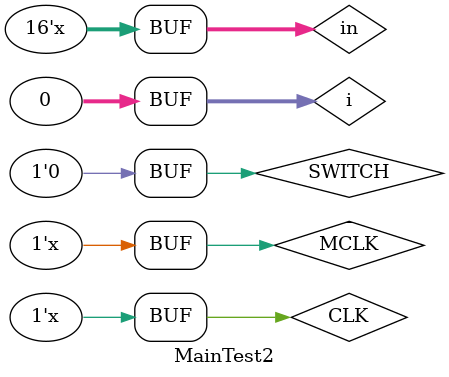
<source format=v>
`timescale 1ns / 1ps


module MainTest2;

	// Inputs
	reg CLK;
	reg [15:0] in;
	reg MCLK;
	reg SWITCH;
	reg RESET;

	// Outputs
	wire [7:0] seg_pattern;
	wire [3:0] seg_digit;
	wire DMD_CLR;
	wire [3:0] dmd_seg;
	wire [15:0] dmd_column;
	wire DMD_CLK;

	// Instantiate the Unit Under Test (UUT)
	Main uut (
		.CLK(CLK), 
		.in(in), 
		.MCLK(MCLK), 
		.SWITCH(SWITCH), 
		.RESET(RESET), 
		.seg_pattern(seg_pattern), 
		.seg_digit(seg_digit), 
		.DMD_CLR(DMD_CLR), 
		.dmd_seg(dmd_seg), 
		.dmd_column(dmd_column), 
		.DMD_CLK(DMD_CLK)
	);

	initial begin
		// Initialize Inputs
		CLK = 0;
		in = 0;
		MCLK = 0;
		SWITCH = 0;
		RESET = 0;

		// Wait 100 ns for global reset to finish
	
		// Add stimulus here

	end
	
	always begin
		#1 CLK = ~CLK;
	end
	integer i = 0;
	always begin
			#100000 MCLK = ~MCLK;
			in = in + 16'b0000_0000_0000_0001;
			#100 MCLK = ~MCLK;
		if(in == 16'b0000_0000_1111_1111)begin
			RESET = 1;
			#1000 RESET = 0;
			
		end
	end
      
endmodule


</source>
